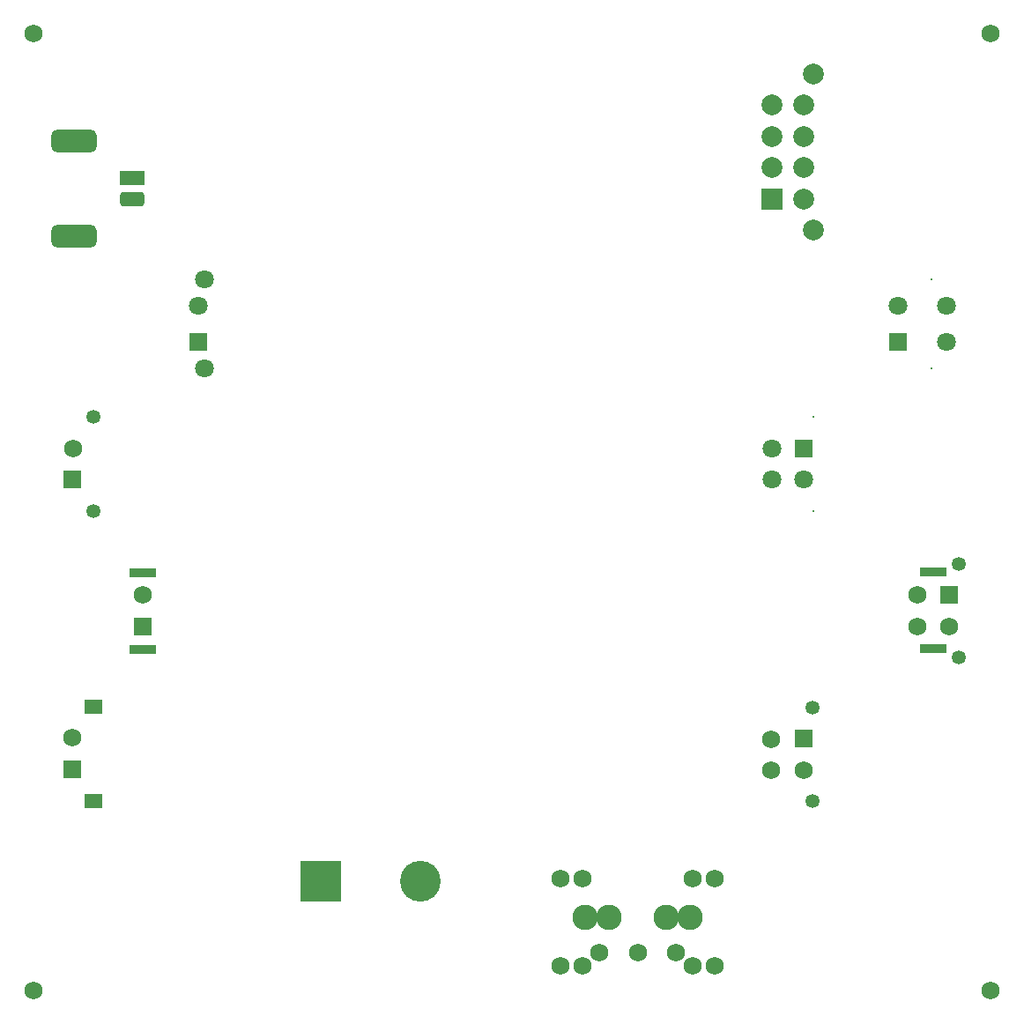
<source format=gts>
G04*
G04 #@! TF.GenerationSoftware,Altium Limited,Altium Designer,19.1.9 (167)*
G04*
G04 Layer_Color=8388736*
%FSLAX25Y25*%
%MOIN*%
G70*
G01*
G75*
G04:AMPARAMS|DCode=18|XSize=55.24mil|YSize=94.61mil|CornerRadius=15.81mil|HoleSize=0mil|Usage=FLASHONLY|Rotation=270.000|XOffset=0mil|YOffset=0mil|HoleType=Round|Shape=RoundedRectangle|*
%AMROUNDEDRECTD18*
21,1,0.05524,0.06299,0,0,270.0*
21,1,0.02362,0.09461,0,0,270.0*
1,1,0.03162,-0.03150,-0.01181*
1,1,0.03162,-0.03150,0.01181*
1,1,0.03162,0.03150,0.01181*
1,1,0.03162,0.03150,-0.01181*
%
%ADD18ROUNDEDRECTD18*%
%ADD19R,0.09461X0.05524*%
G04:AMPARAMS|DCode=20|XSize=86.74mil|YSize=173.35mil|CornerRadius=23.68mil|HoleSize=0mil|Usage=FLASHONLY|Rotation=270.000|XOffset=0mil|YOffset=0mil|HoleType=Round|Shape=RoundedRectangle|*
%AMROUNDEDRECTD20*
21,1,0.08674,0.12598,0,0,270.0*
21,1,0.03937,0.17335,0,0,270.0*
1,1,0.04737,-0.06299,-0.01968*
1,1,0.04737,-0.06299,0.01968*
1,1,0.04737,0.06299,0.01968*
1,1,0.04737,0.06299,-0.01968*
%
%ADD20ROUNDEDRECTD20*%
%ADD21R,0.15400X0.15400*%
%ADD22C,0.15400*%
%ADD23R,0.06800X0.06800*%
%ADD24C,0.06800*%
%ADD25R,0.06800X0.05800*%
%ADD26R,0.10300X0.03800*%
%ADD27C,0.05300*%
%ADD28C,0.09658*%
%ADD29C,0.00800*%
%ADD30R,0.07099X0.07099*%
%ADD31C,0.07099*%
%ADD32R,0.10300X0.03300*%
%ADD33C,0.07887*%
%ADD34R,0.07887X0.07887*%
D18*
X52969Y315173D02*
D03*
D19*
Y323047D02*
D03*
D20*
X31000Y337221D02*
D03*
Y301000D02*
D03*
D21*
X124480Y57000D02*
D03*
D22*
X162000D02*
D03*
D23*
X30512Y99415D02*
D03*
X57087Y153354D02*
D03*
X30609Y209166D02*
D03*
X362205Y165543D02*
D03*
X307000Y111000D02*
D03*
D24*
X30512Y111315D02*
D03*
X57087Y165354D02*
D03*
X30709Y220866D02*
D03*
X265158Y58268D02*
D03*
X273425D02*
D03*
X265158Y25000D02*
D03*
X273425D02*
D03*
X223425Y58268D02*
D03*
X215158D02*
D03*
Y25000D02*
D03*
X258661Y30020D02*
D03*
X244291D02*
D03*
X229921D02*
D03*
X223425Y25000D02*
D03*
X15748Y377953D02*
D03*
X377953D02*
D03*
Y15748D02*
D03*
X15748D02*
D03*
X362205Y153543D02*
D03*
X350005D02*
D03*
Y165543D02*
D03*
X294900Y110900D02*
D03*
X294800Y99000D02*
D03*
X307000D02*
D03*
D25*
X38612Y123015D02*
D03*
X38512Y87615D02*
D03*
D26*
X57087Y173854D02*
D03*
Y144854D02*
D03*
D27*
X38609Y232666D02*
D03*
Y197266D02*
D03*
X365705Y177243D02*
D03*
Y141843D02*
D03*
X310500Y87300D02*
D03*
Y122700D02*
D03*
D28*
X233465Y43307D02*
D03*
X224410D02*
D03*
X255118D02*
D03*
X264173D02*
D03*
D29*
X355410Y284622D02*
D03*
Y251157D02*
D03*
X310701Y197189D02*
D03*
X310701Y232622D02*
D03*
D30*
X342890Y261000D02*
D03*
X78000D02*
D03*
X307000Y220811D02*
D03*
D31*
X342890Y274780D02*
D03*
X361000D02*
D03*
Y261000D02*
D03*
X78000Y274780D02*
D03*
X80480Y251157D02*
D03*
Y284622D02*
D03*
X295189Y220811D02*
D03*
Y209000D02*
D03*
X307000D02*
D03*
D32*
X356005Y145043D02*
D03*
Y174043D02*
D03*
D33*
X307000Y350622D02*
D03*
Y338811D02*
D03*
Y327000D02*
D03*
Y315189D02*
D03*
X295189Y350622D02*
D03*
Y338811D02*
D03*
Y327000D02*
D03*
X310701Y362433D02*
D03*
Y303378D02*
D03*
D34*
X295189Y315189D02*
D03*
M02*

</source>
